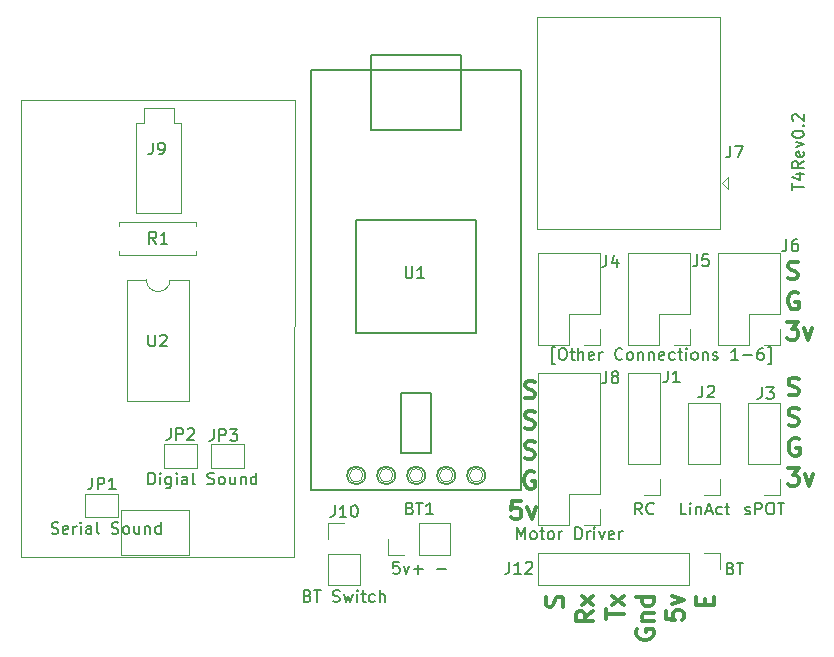
<source format=gbr>
G04 #@! TF.GenerationSoftware,KiCad,Pcbnew,(5.1.2)-2*
G04 #@! TF.CreationDate,2019-10-05T21:13:13-05:00*
G04 #@! TF.ProjectId,ControlBoardT4,436f6e74-726f-46c4-926f-61726454342e,rev?*
G04 #@! TF.SameCoordinates,Original*
G04 #@! TF.FileFunction,Legend,Top*
G04 #@! TF.FilePolarity,Positive*
%FSLAX46Y46*%
G04 Gerber Fmt 4.6, Leading zero omitted, Abs format (unit mm)*
G04 Created by KiCad (PCBNEW (5.1.2)-2) date 2019-10-05 21:13:13*
%MOMM*%
%LPD*%
G04 APERTURE LIST*
%ADD10C,0.150000*%
%ADD11C,0.300000*%
%ADD12C,0.120000*%
G04 APERTURE END LIST*
D10*
X174775880Y-84478404D02*
X174775880Y-83906976D01*
X175775880Y-84192690D02*
X174775880Y-84192690D01*
X175109214Y-83145071D02*
X175775880Y-83145071D01*
X174728261Y-83383166D02*
X175442547Y-83621261D01*
X175442547Y-83002214D01*
X175775880Y-82049833D02*
X175299690Y-82383166D01*
X175775880Y-82621261D02*
X174775880Y-82621261D01*
X174775880Y-82240309D01*
X174823500Y-82145071D01*
X174871119Y-82097452D01*
X174966357Y-82049833D01*
X175109214Y-82049833D01*
X175204452Y-82097452D01*
X175252071Y-82145071D01*
X175299690Y-82240309D01*
X175299690Y-82621261D01*
X175728261Y-81240309D02*
X175775880Y-81335547D01*
X175775880Y-81526023D01*
X175728261Y-81621261D01*
X175633023Y-81668880D01*
X175252071Y-81668880D01*
X175156833Y-81621261D01*
X175109214Y-81526023D01*
X175109214Y-81335547D01*
X175156833Y-81240309D01*
X175252071Y-81192690D01*
X175347309Y-81192690D01*
X175442547Y-81668880D01*
X175109214Y-80859357D02*
X175775880Y-80621261D01*
X175109214Y-80383166D01*
X174775880Y-79811738D02*
X174775880Y-79716500D01*
X174823500Y-79621261D01*
X174871119Y-79573642D01*
X174966357Y-79526023D01*
X175156833Y-79478404D01*
X175394928Y-79478404D01*
X175585404Y-79526023D01*
X175680642Y-79573642D01*
X175728261Y-79621261D01*
X175775880Y-79716500D01*
X175775880Y-79811738D01*
X175728261Y-79906976D01*
X175680642Y-79954595D01*
X175585404Y-80002214D01*
X175394928Y-80049833D01*
X175156833Y-80049833D01*
X174966357Y-80002214D01*
X174871119Y-79954595D01*
X174823500Y-79906976D01*
X174775880Y-79811738D01*
X175680642Y-79049833D02*
X175728261Y-79002214D01*
X175775880Y-79049833D01*
X175728261Y-79097452D01*
X175680642Y-79049833D01*
X175775880Y-79049833D01*
X174871119Y-78621261D02*
X174823500Y-78573642D01*
X174775880Y-78478404D01*
X174775880Y-78240309D01*
X174823500Y-78145071D01*
X174871119Y-78097452D01*
X174966357Y-78049833D01*
X175061595Y-78049833D01*
X175204452Y-78097452D01*
X175775880Y-78668880D01*
X175775880Y-78049833D01*
D11*
X155331642Y-119765357D02*
X155403071Y-119551071D01*
X155403071Y-119193928D01*
X155331642Y-119051071D01*
X155260214Y-118979642D01*
X155117357Y-118908214D01*
X154974500Y-118908214D01*
X154831642Y-118979642D01*
X154760214Y-119051071D01*
X154688785Y-119193928D01*
X154617357Y-119479642D01*
X154545928Y-119622500D01*
X154474500Y-119693928D01*
X154331642Y-119765357D01*
X154188785Y-119765357D01*
X154045928Y-119693928D01*
X153974500Y-119622500D01*
X153903071Y-119479642D01*
X153903071Y-119122500D01*
X153974500Y-118908214D01*
X157953071Y-120122500D02*
X157238785Y-120622500D01*
X157953071Y-120979642D02*
X156453071Y-120979642D01*
X156453071Y-120408214D01*
X156524500Y-120265357D01*
X156595928Y-120193928D01*
X156738785Y-120122500D01*
X156953071Y-120122500D01*
X157095928Y-120193928D01*
X157167357Y-120265357D01*
X157238785Y-120408214D01*
X157238785Y-120979642D01*
X157953071Y-119622500D02*
X156953071Y-118836785D01*
X156953071Y-119622500D02*
X157953071Y-118836785D01*
X159003071Y-120836785D02*
X159003071Y-119979642D01*
X160503071Y-120408214D02*
X159003071Y-120408214D01*
X160503071Y-119622500D02*
X159503071Y-118836785D01*
X159503071Y-119622500D02*
X160503071Y-118836785D01*
X161624500Y-121693928D02*
X161553071Y-121836785D01*
X161553071Y-122051071D01*
X161624500Y-122265357D01*
X161767357Y-122408214D01*
X161910214Y-122479642D01*
X162195928Y-122551071D01*
X162410214Y-122551071D01*
X162695928Y-122479642D01*
X162838785Y-122408214D01*
X162981642Y-122265357D01*
X163053071Y-122051071D01*
X163053071Y-121908214D01*
X162981642Y-121693928D01*
X162910214Y-121622500D01*
X162410214Y-121622500D01*
X162410214Y-121908214D01*
X162053071Y-120979642D02*
X163053071Y-120979642D01*
X162195928Y-120979642D02*
X162124500Y-120908214D01*
X162053071Y-120765357D01*
X162053071Y-120551071D01*
X162124500Y-120408214D01*
X162267357Y-120336785D01*
X163053071Y-120336785D01*
X163053071Y-118979642D02*
X161553071Y-118979642D01*
X162981642Y-118979642D02*
X163053071Y-119122500D01*
X163053071Y-119408214D01*
X162981642Y-119551071D01*
X162910214Y-119622500D01*
X162767357Y-119693928D01*
X162338785Y-119693928D01*
X162195928Y-119622500D01*
X162124500Y-119551071D01*
X162053071Y-119408214D01*
X162053071Y-119122500D01*
X162124500Y-118979642D01*
X164103071Y-120122500D02*
X164103071Y-120836785D01*
X164817357Y-120908214D01*
X164745928Y-120836785D01*
X164674500Y-120693928D01*
X164674500Y-120336785D01*
X164745928Y-120193928D01*
X164817357Y-120122500D01*
X164960214Y-120051071D01*
X165317357Y-120051071D01*
X165460214Y-120122500D01*
X165531642Y-120193928D01*
X165603071Y-120336785D01*
X165603071Y-120693928D01*
X165531642Y-120836785D01*
X165460214Y-120908214D01*
X164603071Y-119551071D02*
X165603071Y-119193928D01*
X164603071Y-118836785D01*
X167367357Y-119622500D02*
X167367357Y-119122500D01*
X168153071Y-118908214D02*
X168153071Y-119622500D01*
X166653071Y-119622500D01*
X166653071Y-118908214D01*
X152141642Y-102060142D02*
X152355928Y-102131571D01*
X152713071Y-102131571D01*
X152855928Y-102060142D01*
X152927357Y-101988714D01*
X152998785Y-101845857D01*
X152998785Y-101703000D01*
X152927357Y-101560142D01*
X152855928Y-101488714D01*
X152713071Y-101417285D01*
X152427357Y-101345857D01*
X152284500Y-101274428D01*
X152213071Y-101203000D01*
X152141642Y-101060142D01*
X152141642Y-100917285D01*
X152213071Y-100774428D01*
X152284500Y-100703000D01*
X152427357Y-100631571D01*
X152784500Y-100631571D01*
X152998785Y-100703000D01*
X152141642Y-104610142D02*
X152355928Y-104681571D01*
X152713071Y-104681571D01*
X152855928Y-104610142D01*
X152927357Y-104538714D01*
X152998785Y-104395857D01*
X152998785Y-104253000D01*
X152927357Y-104110142D01*
X152855928Y-104038714D01*
X152713071Y-103967285D01*
X152427357Y-103895857D01*
X152284500Y-103824428D01*
X152213071Y-103753000D01*
X152141642Y-103610142D01*
X152141642Y-103467285D01*
X152213071Y-103324428D01*
X152284500Y-103253000D01*
X152427357Y-103181571D01*
X152784500Y-103181571D01*
X152998785Y-103253000D01*
X152141642Y-107160142D02*
X152355928Y-107231571D01*
X152713071Y-107231571D01*
X152855928Y-107160142D01*
X152927357Y-107088714D01*
X152998785Y-106945857D01*
X152998785Y-106803000D01*
X152927357Y-106660142D01*
X152855928Y-106588714D01*
X152713071Y-106517285D01*
X152427357Y-106445857D01*
X152284500Y-106374428D01*
X152213071Y-106303000D01*
X152141642Y-106160142D01*
X152141642Y-106017285D01*
X152213071Y-105874428D01*
X152284500Y-105803000D01*
X152427357Y-105731571D01*
X152784500Y-105731571D01*
X152998785Y-105803000D01*
X152927357Y-108353000D02*
X152784500Y-108281571D01*
X152570214Y-108281571D01*
X152355928Y-108353000D01*
X152213071Y-108495857D01*
X152141642Y-108638714D01*
X152070214Y-108924428D01*
X152070214Y-109138714D01*
X152141642Y-109424428D01*
X152213071Y-109567285D01*
X152355928Y-109710142D01*
X152570214Y-109781571D01*
X152713071Y-109781571D01*
X152927357Y-109710142D01*
X152998785Y-109638714D01*
X152998785Y-109138714D01*
X152713071Y-109138714D01*
X151784500Y-110831571D02*
X151070214Y-110831571D01*
X150998785Y-111545857D01*
X151070214Y-111474428D01*
X151213071Y-111403000D01*
X151570214Y-111403000D01*
X151713071Y-111474428D01*
X151784500Y-111545857D01*
X151855928Y-111688714D01*
X151855928Y-112045857D01*
X151784500Y-112188714D01*
X151713071Y-112260142D01*
X151570214Y-112331571D01*
X151213071Y-112331571D01*
X151070214Y-112260142D01*
X150998785Y-112188714D01*
X152355928Y-111331571D02*
X152713071Y-112331571D01*
X153070214Y-111331571D01*
X174470714Y-101811142D02*
X174685000Y-101882571D01*
X175042142Y-101882571D01*
X175185000Y-101811142D01*
X175256428Y-101739714D01*
X175327857Y-101596857D01*
X175327857Y-101454000D01*
X175256428Y-101311142D01*
X175185000Y-101239714D01*
X175042142Y-101168285D01*
X174756428Y-101096857D01*
X174613571Y-101025428D01*
X174542142Y-100954000D01*
X174470714Y-100811142D01*
X174470714Y-100668285D01*
X174542142Y-100525428D01*
X174613571Y-100454000D01*
X174756428Y-100382571D01*
X175113571Y-100382571D01*
X175327857Y-100454000D01*
X174470714Y-104361142D02*
X174685000Y-104432571D01*
X175042142Y-104432571D01*
X175185000Y-104361142D01*
X175256428Y-104289714D01*
X175327857Y-104146857D01*
X175327857Y-104004000D01*
X175256428Y-103861142D01*
X175185000Y-103789714D01*
X175042142Y-103718285D01*
X174756428Y-103646857D01*
X174613571Y-103575428D01*
X174542142Y-103504000D01*
X174470714Y-103361142D01*
X174470714Y-103218285D01*
X174542142Y-103075428D01*
X174613571Y-103004000D01*
X174756428Y-102932571D01*
X175113571Y-102932571D01*
X175327857Y-103004000D01*
X175327857Y-105554000D02*
X175185000Y-105482571D01*
X174970714Y-105482571D01*
X174756428Y-105554000D01*
X174613571Y-105696857D01*
X174542142Y-105839714D01*
X174470714Y-106125428D01*
X174470714Y-106339714D01*
X174542142Y-106625428D01*
X174613571Y-106768285D01*
X174756428Y-106911142D01*
X174970714Y-106982571D01*
X175113571Y-106982571D01*
X175327857Y-106911142D01*
X175399285Y-106839714D01*
X175399285Y-106339714D01*
X175113571Y-106339714D01*
X174399285Y-108032571D02*
X175327857Y-108032571D01*
X174827857Y-108604000D01*
X175042142Y-108604000D01*
X175185000Y-108675428D01*
X175256428Y-108746857D01*
X175327857Y-108889714D01*
X175327857Y-109246857D01*
X175256428Y-109389714D01*
X175185000Y-109461142D01*
X175042142Y-109532571D01*
X174613571Y-109532571D01*
X174470714Y-109461142D01*
X174399285Y-109389714D01*
X175827857Y-108532571D02*
X176185000Y-109532571D01*
X176542142Y-108532571D01*
X174407214Y-91973642D02*
X174621500Y-92045071D01*
X174978642Y-92045071D01*
X175121500Y-91973642D01*
X175192928Y-91902214D01*
X175264357Y-91759357D01*
X175264357Y-91616500D01*
X175192928Y-91473642D01*
X175121500Y-91402214D01*
X174978642Y-91330785D01*
X174692928Y-91259357D01*
X174550071Y-91187928D01*
X174478642Y-91116500D01*
X174407214Y-90973642D01*
X174407214Y-90830785D01*
X174478642Y-90687928D01*
X174550071Y-90616500D01*
X174692928Y-90545071D01*
X175050071Y-90545071D01*
X175264357Y-90616500D01*
X175264357Y-93166500D02*
X175121500Y-93095071D01*
X174907214Y-93095071D01*
X174692928Y-93166500D01*
X174550071Y-93309357D01*
X174478642Y-93452214D01*
X174407214Y-93737928D01*
X174407214Y-93952214D01*
X174478642Y-94237928D01*
X174550071Y-94380785D01*
X174692928Y-94523642D01*
X174907214Y-94595071D01*
X175050071Y-94595071D01*
X175264357Y-94523642D01*
X175335785Y-94452214D01*
X175335785Y-93952214D01*
X175050071Y-93952214D01*
X174335785Y-95645071D02*
X175264357Y-95645071D01*
X174764357Y-96216500D01*
X174978642Y-96216500D01*
X175121500Y-96287928D01*
X175192928Y-96359357D01*
X175264357Y-96502214D01*
X175264357Y-96859357D01*
X175192928Y-97002214D01*
X175121500Y-97073642D01*
X174978642Y-97145071D01*
X174550071Y-97145071D01*
X174407214Y-97073642D01*
X174335785Y-97002214D01*
X175764357Y-96145071D02*
X176121500Y-97145071D01*
X176478642Y-96145071D01*
D12*
X173732500Y-110296000D02*
X172402500Y-110296000D01*
X173732500Y-108966000D02*
X173732500Y-110296000D01*
X173732500Y-107696000D02*
X171072500Y-107696000D01*
X171072500Y-107696000D02*
X171072500Y-102556000D01*
X173732500Y-107696000D02*
X173732500Y-102556000D01*
X173732500Y-102556000D02*
X171072500Y-102556000D01*
X132648000Y-76878500D02*
X109448000Y-76878500D01*
X132638800Y-115586500D02*
X132648000Y-76878500D01*
X109448000Y-115558500D02*
X109448000Y-76878500D01*
X132638800Y-115586500D02*
X109448000Y-115558500D01*
X123063000Y-86463500D02*
X119253000Y-86463500D01*
X123063000Y-86463500D02*
X123063000Y-78843500D01*
X123063000Y-78843500D02*
X122428000Y-78843500D01*
X122428000Y-78843500D02*
X122428000Y-77573500D01*
X119253000Y-86463500D02*
X119253000Y-78843500D01*
X119888000Y-78843500D02*
X119253000Y-78843500D01*
X119888000Y-78843500D02*
X119888000Y-77573500D01*
X122428000Y-77573500D02*
X119888000Y-77573500D01*
X123698000Y-115363500D02*
X117983000Y-115363500D01*
X117983000Y-115363500D02*
X117983000Y-111553500D01*
X117983000Y-111553500D02*
X123698000Y-111553500D01*
X123698000Y-111553500D02*
X123698000Y-115363500D01*
X114932000Y-110188500D02*
X117732000Y-110188500D01*
X117732000Y-110188500D02*
X117732000Y-112188500D01*
X117732000Y-112188500D02*
X114932000Y-112188500D01*
X114932000Y-112188500D02*
X114932000Y-110188500D01*
X125600000Y-106000000D02*
X128400000Y-106000000D01*
X128400000Y-106000000D02*
X128400000Y-108000000D01*
X128400000Y-108000000D02*
X125600000Y-108000000D01*
X125600000Y-108000000D02*
X125600000Y-106000000D01*
X121600000Y-106000000D02*
X124400000Y-106000000D01*
X124400000Y-106000000D02*
X124400000Y-108000000D01*
X124400000Y-108000000D02*
X121600000Y-108000000D01*
X121600000Y-108000000D02*
X121600000Y-106000000D01*
D10*
X137858500Y-96583500D02*
X148018500Y-96583500D01*
X148018500Y-87058500D02*
X137858500Y-87058500D01*
X137858500Y-87058500D02*
X137858500Y-96583500D01*
X148018500Y-87058500D02*
X148018500Y-96583500D01*
X151828500Y-109918500D02*
X151828500Y-74358500D01*
X134048500Y-74358500D02*
X134048500Y-109918500D01*
X139128500Y-74358500D02*
X139128500Y-73088500D01*
X139128500Y-73088500D02*
X146748500Y-73088500D01*
X146748500Y-73088500D02*
X146748500Y-74358500D01*
X139128500Y-79438500D02*
X146748500Y-79438500D01*
X146748500Y-79438500D02*
X146748500Y-74358500D01*
X139128500Y-79438500D02*
X139128500Y-74358500D01*
X144208500Y-101663500D02*
X144208500Y-106743500D01*
X144208500Y-106743500D02*
X141668500Y-106743500D01*
X141668500Y-106743500D02*
X141668500Y-101663500D01*
X141668500Y-101663500D02*
X144208500Y-101663500D01*
X151828500Y-109918500D02*
X134048500Y-109918500D01*
X134048500Y-74358500D02*
X151828500Y-74358500D01*
D12*
X148586461Y-108648500D02*
G75*
G03X148586461Y-108648500I-567961J0D01*
G01*
X148821719Y-108648500D02*
G75*
G03X148821719Y-108648500I-803219J0D01*
G01*
X148736920Y-108648500D02*
G75*
G03X148736920Y-108648500I-718420J0D01*
G01*
X146046461Y-108648500D02*
G75*
G03X146046461Y-108648500I-567961J0D01*
G01*
X146281719Y-108648500D02*
G75*
G03X146281719Y-108648500I-803219J0D01*
G01*
X146196920Y-108648500D02*
G75*
G03X146196920Y-108648500I-718420J0D01*
G01*
X143506461Y-108648500D02*
G75*
G03X143506461Y-108648500I-567961J0D01*
G01*
X143741719Y-108648500D02*
G75*
G03X143741719Y-108648500I-803219J0D01*
G01*
X143656920Y-108648500D02*
G75*
G03X143656920Y-108648500I-718420J0D01*
G01*
X140966461Y-108648500D02*
G75*
G03X140966461Y-108648500I-567961J0D01*
G01*
X141201719Y-108648500D02*
G75*
G03X141201719Y-108648500I-803219J0D01*
G01*
X141116920Y-108648500D02*
G75*
G03X141116920Y-108648500I-718420J0D01*
G01*
X138426461Y-108648500D02*
G75*
G03X138426461Y-108648500I-567961J0D01*
G01*
X138661719Y-108648500D02*
G75*
G03X138661719Y-108648500I-803219J0D01*
G01*
X138576920Y-108648500D02*
G75*
G03X138576920Y-108648500I-718420J0D01*
G01*
X153292500Y-115256000D02*
X153292500Y-117916000D01*
X166052500Y-115256000D02*
X153292500Y-115256000D01*
X166052500Y-117916000D02*
X153292500Y-117916000D01*
X166052500Y-115256000D02*
X166052500Y-117916000D01*
X167322500Y-115256000D02*
X168652500Y-115256000D01*
X168652500Y-115256000D02*
X168652500Y-116586000D01*
X145792500Y-115376000D02*
X145792500Y-112716000D01*
X143192500Y-115376000D02*
X145792500Y-115376000D01*
X143192500Y-112716000D02*
X145792500Y-112716000D01*
X143192500Y-115376000D02*
X143192500Y-112716000D01*
X141922500Y-115376000D02*
X140592500Y-115376000D01*
X140592500Y-115376000D02*
X140592500Y-114046000D01*
X166112500Y-97596000D02*
X164782500Y-97596000D01*
X166112500Y-96266000D02*
X166112500Y-97596000D01*
X163512500Y-97596000D02*
X160912500Y-97596000D01*
X163512500Y-94996000D02*
X163512500Y-97596000D01*
X166112500Y-94996000D02*
X163512500Y-94996000D01*
X160912500Y-97596000D02*
X160912500Y-89856000D01*
X166112500Y-94996000D02*
X166112500Y-89856000D01*
X166112500Y-89856000D02*
X160912500Y-89856000D01*
X158492500Y-89856000D02*
X153292500Y-89856000D01*
X158492500Y-94996000D02*
X158492500Y-89856000D01*
X153292500Y-97596000D02*
X153292500Y-89856000D01*
X158492500Y-94996000D02*
X155892500Y-94996000D01*
X155892500Y-94996000D02*
X155892500Y-97596000D01*
X155892500Y-97596000D02*
X153292500Y-97596000D01*
X158492500Y-96266000D02*
X158492500Y-97596000D01*
X158492500Y-97596000D02*
X157162500Y-97596000D01*
X158492500Y-100016000D02*
X153292500Y-100016000D01*
X158492500Y-110236000D02*
X158492500Y-100016000D01*
X153292500Y-112836000D02*
X153292500Y-100016000D01*
X158492500Y-110236000D02*
X155892500Y-110236000D01*
X155892500Y-110236000D02*
X155892500Y-112836000D01*
X155892500Y-112836000D02*
X153292500Y-112836000D01*
X158492500Y-111506000D02*
X158492500Y-112836000D01*
X158492500Y-112836000D02*
X157162500Y-112836000D01*
X173732500Y-89856000D02*
X168532500Y-89856000D01*
X173732500Y-94996000D02*
X173732500Y-89856000D01*
X168532500Y-97596000D02*
X168532500Y-89856000D01*
X173732500Y-94996000D02*
X171132500Y-94996000D01*
X171132500Y-94996000D02*
X171132500Y-97596000D01*
X171132500Y-97596000D02*
X168532500Y-97596000D01*
X173732500Y-96266000D02*
X173732500Y-97596000D01*
X173732500Y-97596000D02*
X172402500Y-97596000D01*
X163572500Y-100016000D02*
X160912500Y-100016000D01*
X163572500Y-107696000D02*
X163572500Y-100016000D01*
X160912500Y-107696000D02*
X160912500Y-100016000D01*
X163572500Y-107696000D02*
X160912500Y-107696000D01*
X163572500Y-108966000D02*
X163572500Y-110296000D01*
X163572500Y-110296000D02*
X162242500Y-110296000D01*
X168652500Y-102556000D02*
X165992500Y-102556000D01*
X168652500Y-107696000D02*
X168652500Y-102556000D01*
X165992500Y-107696000D02*
X165992500Y-102556000D01*
X168652500Y-107696000D02*
X165992500Y-107696000D01*
X168652500Y-108966000D02*
X168652500Y-110296000D01*
X168652500Y-110296000D02*
X167322500Y-110296000D01*
X169354000Y-83383500D02*
X168854000Y-83883500D01*
X169354000Y-84383500D02*
X169354000Y-83383500D01*
X168854000Y-83883500D02*
X169354000Y-84383500D01*
X168669000Y-69803500D02*
X153149000Y-69803500D01*
X153149000Y-87763500D02*
X153149000Y-69803500D01*
X153149000Y-87763500D02*
X168669000Y-87763500D01*
X168669000Y-87763500D02*
X168669000Y-69803500D01*
X135512500Y-117916000D02*
X138172500Y-117916000D01*
X135512500Y-115316000D02*
X135512500Y-117916000D01*
X138172500Y-115316000D02*
X138172500Y-117916000D01*
X135512500Y-115316000D02*
X138172500Y-115316000D01*
X135512500Y-114046000D02*
X135512500Y-112716000D01*
X135512500Y-112716000D02*
X136842500Y-112716000D01*
X122094500Y-92078500D02*
G75*
G02X120094500Y-92078500I-1000000J0D01*
G01*
X120094500Y-92078500D02*
X118444500Y-92078500D01*
X118444500Y-92078500D02*
X118444500Y-102358500D01*
X118444500Y-102358500D02*
X123744500Y-102358500D01*
X123744500Y-102358500D02*
X123744500Y-92078500D01*
X123744500Y-92078500D02*
X122094500Y-92078500D01*
X124301000Y-89622500D02*
X124301000Y-89952500D01*
X124301000Y-89952500D02*
X117761000Y-89952500D01*
X117761000Y-89952500D02*
X117761000Y-89622500D01*
X124301000Y-87542500D02*
X124301000Y-87212500D01*
X124301000Y-87212500D02*
X117761000Y-87212500D01*
X117761000Y-87212500D02*
X117761000Y-87542500D01*
D10*
X172196166Y-101179380D02*
X172196166Y-101893666D01*
X172148547Y-102036523D01*
X172053309Y-102131761D01*
X171910452Y-102179380D01*
X171815214Y-102179380D01*
X172577119Y-101179380D02*
X173196166Y-101179380D01*
X172862833Y-101560333D01*
X173005690Y-101560333D01*
X173100928Y-101607952D01*
X173148547Y-101655571D01*
X173196166Y-101750809D01*
X173196166Y-101988904D01*
X173148547Y-102084142D01*
X173100928Y-102131761D01*
X173005690Y-102179380D01*
X172719976Y-102179380D01*
X172624738Y-102131761D01*
X172577119Y-102084142D01*
X170783452Y-111910761D02*
X170878690Y-111958380D01*
X171069166Y-111958380D01*
X171164404Y-111910761D01*
X171212023Y-111815523D01*
X171212023Y-111767904D01*
X171164404Y-111672666D01*
X171069166Y-111625047D01*
X170926309Y-111625047D01*
X170831071Y-111577428D01*
X170783452Y-111482190D01*
X170783452Y-111434571D01*
X170831071Y-111339333D01*
X170926309Y-111291714D01*
X171069166Y-111291714D01*
X171164404Y-111339333D01*
X171640595Y-111958380D02*
X171640595Y-110958380D01*
X172021547Y-110958380D01*
X172116785Y-111006000D01*
X172164404Y-111053619D01*
X172212023Y-111148857D01*
X172212023Y-111291714D01*
X172164404Y-111386952D01*
X172116785Y-111434571D01*
X172021547Y-111482190D01*
X171640595Y-111482190D01*
X172831071Y-110958380D02*
X173021547Y-110958380D01*
X173116785Y-111006000D01*
X173212023Y-111101238D01*
X173259642Y-111291714D01*
X173259642Y-111625047D01*
X173212023Y-111815523D01*
X173116785Y-111910761D01*
X173021547Y-111958380D01*
X172831071Y-111958380D01*
X172735833Y-111910761D01*
X172640595Y-111815523D01*
X172592976Y-111625047D01*
X172592976Y-111291714D01*
X172640595Y-111101238D01*
X172735833Y-111006000D01*
X172831071Y-110958380D01*
X173545357Y-110958380D02*
X174116785Y-110958380D01*
X173831071Y-111958380D02*
X173831071Y-110958380D01*
X120634166Y-80478380D02*
X120634166Y-81192666D01*
X120586547Y-81335523D01*
X120491309Y-81430761D01*
X120348452Y-81478380D01*
X120253214Y-81478380D01*
X121157976Y-81478380D02*
X121348452Y-81478380D01*
X121443690Y-81430761D01*
X121491309Y-81383142D01*
X121586547Y-81240285D01*
X121634166Y-81049809D01*
X121634166Y-80668857D01*
X121586547Y-80573619D01*
X121538928Y-80526000D01*
X121443690Y-80478380D01*
X121253214Y-80478380D01*
X121157976Y-80526000D01*
X121110357Y-80573619D01*
X121062738Y-80668857D01*
X121062738Y-80906952D01*
X121110357Y-81002190D01*
X121157976Y-81049809D01*
X121253214Y-81097428D01*
X121443690Y-81097428D01*
X121538928Y-81049809D01*
X121586547Y-81002190D01*
X121634166Y-80906952D01*
X115498666Y-108840880D02*
X115498666Y-109555166D01*
X115451047Y-109698023D01*
X115355809Y-109793261D01*
X115212952Y-109840880D01*
X115117714Y-109840880D01*
X115974857Y-109840880D02*
X115974857Y-108840880D01*
X116355809Y-108840880D01*
X116451047Y-108888500D01*
X116498666Y-108936119D01*
X116546285Y-109031357D01*
X116546285Y-109174214D01*
X116498666Y-109269452D01*
X116451047Y-109317071D01*
X116355809Y-109364690D01*
X115974857Y-109364690D01*
X117498666Y-109840880D02*
X116927238Y-109840880D01*
X117212952Y-109840880D02*
X117212952Y-108840880D01*
X117117714Y-108983738D01*
X117022476Y-109078976D01*
X116927238Y-109126595D01*
X112070142Y-113561761D02*
X112213000Y-113609380D01*
X112451095Y-113609380D01*
X112546333Y-113561761D01*
X112593952Y-113514142D01*
X112641571Y-113418904D01*
X112641571Y-113323666D01*
X112593952Y-113228428D01*
X112546333Y-113180809D01*
X112451095Y-113133190D01*
X112260619Y-113085571D01*
X112165380Y-113037952D01*
X112117761Y-112990333D01*
X112070142Y-112895095D01*
X112070142Y-112799857D01*
X112117761Y-112704619D01*
X112165380Y-112657000D01*
X112260619Y-112609380D01*
X112498714Y-112609380D01*
X112641571Y-112657000D01*
X113451095Y-113561761D02*
X113355857Y-113609380D01*
X113165380Y-113609380D01*
X113070142Y-113561761D01*
X113022523Y-113466523D01*
X113022523Y-113085571D01*
X113070142Y-112990333D01*
X113165380Y-112942714D01*
X113355857Y-112942714D01*
X113451095Y-112990333D01*
X113498714Y-113085571D01*
X113498714Y-113180809D01*
X113022523Y-113276047D01*
X113927285Y-113609380D02*
X113927285Y-112942714D01*
X113927285Y-113133190D02*
X113974904Y-113037952D01*
X114022523Y-112990333D01*
X114117761Y-112942714D01*
X114213000Y-112942714D01*
X114546333Y-113609380D02*
X114546333Y-112942714D01*
X114546333Y-112609380D02*
X114498714Y-112657000D01*
X114546333Y-112704619D01*
X114593952Y-112657000D01*
X114546333Y-112609380D01*
X114546333Y-112704619D01*
X115451095Y-113609380D02*
X115451095Y-113085571D01*
X115403476Y-112990333D01*
X115308238Y-112942714D01*
X115117761Y-112942714D01*
X115022523Y-112990333D01*
X115451095Y-113561761D02*
X115355857Y-113609380D01*
X115117761Y-113609380D01*
X115022523Y-113561761D01*
X114974904Y-113466523D01*
X114974904Y-113371285D01*
X115022523Y-113276047D01*
X115117761Y-113228428D01*
X115355857Y-113228428D01*
X115451095Y-113180809D01*
X116070142Y-113609380D02*
X115974904Y-113561761D01*
X115927285Y-113466523D01*
X115927285Y-112609380D01*
X117165380Y-113561761D02*
X117308238Y-113609380D01*
X117546333Y-113609380D01*
X117641571Y-113561761D01*
X117689190Y-113514142D01*
X117736809Y-113418904D01*
X117736809Y-113323666D01*
X117689190Y-113228428D01*
X117641571Y-113180809D01*
X117546333Y-113133190D01*
X117355857Y-113085571D01*
X117260619Y-113037952D01*
X117213000Y-112990333D01*
X117165380Y-112895095D01*
X117165380Y-112799857D01*
X117213000Y-112704619D01*
X117260619Y-112657000D01*
X117355857Y-112609380D01*
X117593952Y-112609380D01*
X117736809Y-112657000D01*
X118308238Y-113609380D02*
X118213000Y-113561761D01*
X118165380Y-113514142D01*
X118117761Y-113418904D01*
X118117761Y-113133190D01*
X118165380Y-113037952D01*
X118213000Y-112990333D01*
X118308238Y-112942714D01*
X118451095Y-112942714D01*
X118546333Y-112990333D01*
X118593952Y-113037952D01*
X118641571Y-113133190D01*
X118641571Y-113418904D01*
X118593952Y-113514142D01*
X118546333Y-113561761D01*
X118451095Y-113609380D01*
X118308238Y-113609380D01*
X119498714Y-112942714D02*
X119498714Y-113609380D01*
X119070142Y-112942714D02*
X119070142Y-113466523D01*
X119117761Y-113561761D01*
X119213000Y-113609380D01*
X119355857Y-113609380D01*
X119451095Y-113561761D01*
X119498714Y-113514142D01*
X119974904Y-112942714D02*
X119974904Y-113609380D01*
X119974904Y-113037952D02*
X120022523Y-112990333D01*
X120117761Y-112942714D01*
X120260619Y-112942714D01*
X120355857Y-112990333D01*
X120403476Y-113085571D01*
X120403476Y-113609380D01*
X121308238Y-113609380D02*
X121308238Y-112609380D01*
X121308238Y-113561761D02*
X121213000Y-113609380D01*
X121022523Y-113609380D01*
X120927285Y-113561761D01*
X120879666Y-113514142D01*
X120832047Y-113418904D01*
X120832047Y-113133190D01*
X120879666Y-113037952D01*
X120927285Y-112990333D01*
X121022523Y-112942714D01*
X121213000Y-112942714D01*
X121308238Y-112990333D01*
X125793165Y-104732879D02*
X125793165Y-105447165D01*
X125745546Y-105590022D01*
X125650308Y-105685260D01*
X125507451Y-105732879D01*
X125412213Y-105732879D01*
X126269356Y-105732879D02*
X126269356Y-104732879D01*
X126650308Y-104732879D01*
X126745546Y-104780499D01*
X126793165Y-104828118D01*
X126840784Y-104923356D01*
X126840784Y-105066213D01*
X126793165Y-105161451D01*
X126745546Y-105209070D01*
X126650308Y-105256689D01*
X126269356Y-105256689D01*
X127174118Y-104732879D02*
X127793165Y-104732879D01*
X127459832Y-105113832D01*
X127602689Y-105113832D01*
X127697927Y-105161451D01*
X127745546Y-105209070D01*
X127793165Y-105304308D01*
X127793165Y-105542403D01*
X127745546Y-105637641D01*
X127697927Y-105685260D01*
X127602689Y-105732879D01*
X127316975Y-105732879D01*
X127221737Y-105685260D01*
X127174118Y-105637641D01*
X120269571Y-109418380D02*
X120269571Y-108418380D01*
X120507666Y-108418380D01*
X120650523Y-108466000D01*
X120745761Y-108561238D01*
X120793380Y-108656476D01*
X120841000Y-108846952D01*
X120841000Y-108989809D01*
X120793380Y-109180285D01*
X120745761Y-109275523D01*
X120650523Y-109370761D01*
X120507666Y-109418380D01*
X120269571Y-109418380D01*
X121269571Y-109418380D02*
X121269571Y-108751714D01*
X121269571Y-108418380D02*
X121221952Y-108466000D01*
X121269571Y-108513619D01*
X121317190Y-108466000D01*
X121269571Y-108418380D01*
X121269571Y-108513619D01*
X122174333Y-108751714D02*
X122174333Y-109561238D01*
X122126714Y-109656476D01*
X122079095Y-109704095D01*
X121983857Y-109751714D01*
X121841000Y-109751714D01*
X121745761Y-109704095D01*
X122174333Y-109370761D02*
X122079095Y-109418380D01*
X121888619Y-109418380D01*
X121793380Y-109370761D01*
X121745761Y-109323142D01*
X121698142Y-109227904D01*
X121698142Y-108942190D01*
X121745761Y-108846952D01*
X121793380Y-108799333D01*
X121888619Y-108751714D01*
X122079095Y-108751714D01*
X122174333Y-108799333D01*
X122650523Y-109418380D02*
X122650523Y-108751714D01*
X122650523Y-108418380D02*
X122602904Y-108466000D01*
X122650523Y-108513619D01*
X122698142Y-108466000D01*
X122650523Y-108418380D01*
X122650523Y-108513619D01*
X123555285Y-109418380D02*
X123555285Y-108894571D01*
X123507666Y-108799333D01*
X123412428Y-108751714D01*
X123221952Y-108751714D01*
X123126714Y-108799333D01*
X123555285Y-109370761D02*
X123460047Y-109418380D01*
X123221952Y-109418380D01*
X123126714Y-109370761D01*
X123079095Y-109275523D01*
X123079095Y-109180285D01*
X123126714Y-109085047D01*
X123221952Y-109037428D01*
X123460047Y-109037428D01*
X123555285Y-108989809D01*
X124174333Y-109418380D02*
X124079095Y-109370761D01*
X124031476Y-109275523D01*
X124031476Y-108418380D01*
X125269571Y-109370761D02*
X125412428Y-109418380D01*
X125650523Y-109418380D01*
X125745761Y-109370761D01*
X125793380Y-109323142D01*
X125841000Y-109227904D01*
X125841000Y-109132666D01*
X125793380Y-109037428D01*
X125745761Y-108989809D01*
X125650523Y-108942190D01*
X125460047Y-108894571D01*
X125364809Y-108846952D01*
X125317190Y-108799333D01*
X125269571Y-108704095D01*
X125269571Y-108608857D01*
X125317190Y-108513619D01*
X125364809Y-108466000D01*
X125460047Y-108418380D01*
X125698142Y-108418380D01*
X125841000Y-108466000D01*
X126412428Y-109418380D02*
X126317190Y-109370761D01*
X126269571Y-109323142D01*
X126221952Y-109227904D01*
X126221952Y-108942190D01*
X126269571Y-108846952D01*
X126317190Y-108799333D01*
X126412428Y-108751714D01*
X126555285Y-108751714D01*
X126650523Y-108799333D01*
X126698142Y-108846952D01*
X126745761Y-108942190D01*
X126745761Y-109227904D01*
X126698142Y-109323142D01*
X126650523Y-109370761D01*
X126555285Y-109418380D01*
X126412428Y-109418380D01*
X127602904Y-108751714D02*
X127602904Y-109418380D01*
X127174333Y-108751714D02*
X127174333Y-109275523D01*
X127221952Y-109370761D01*
X127317190Y-109418380D01*
X127460047Y-109418380D01*
X127555285Y-109370761D01*
X127602904Y-109323142D01*
X128079095Y-108751714D02*
X128079095Y-109418380D01*
X128079095Y-108846952D02*
X128126714Y-108799333D01*
X128221952Y-108751714D01*
X128364809Y-108751714D01*
X128460047Y-108799333D01*
X128507666Y-108894571D01*
X128507666Y-109418380D01*
X129412428Y-109418380D02*
X129412428Y-108418380D01*
X129412428Y-109370761D02*
X129317190Y-109418380D01*
X129126714Y-109418380D01*
X129031476Y-109370761D01*
X128983857Y-109323142D01*
X128936238Y-109227904D01*
X128936238Y-108942190D01*
X128983857Y-108846952D01*
X129031476Y-108799333D01*
X129126714Y-108751714D01*
X129317190Y-108751714D01*
X129412428Y-108799333D01*
X122166666Y-104652380D02*
X122166666Y-105366666D01*
X122119047Y-105509523D01*
X122023809Y-105604761D01*
X121880952Y-105652380D01*
X121785714Y-105652380D01*
X122642857Y-105652380D02*
X122642857Y-104652380D01*
X123023809Y-104652380D01*
X123119047Y-104700000D01*
X123166666Y-104747619D01*
X123214285Y-104842857D01*
X123214285Y-104985714D01*
X123166666Y-105080952D01*
X123119047Y-105128571D01*
X123023809Y-105176190D01*
X122642857Y-105176190D01*
X123595238Y-104747619D02*
X123642857Y-104700000D01*
X123738095Y-104652380D01*
X123976190Y-104652380D01*
X124071428Y-104700000D01*
X124119047Y-104747619D01*
X124166666Y-104842857D01*
X124166666Y-104938095D01*
X124119047Y-105080952D01*
X123547619Y-105652380D01*
X124166666Y-105652380D01*
X142049595Y-90955880D02*
X142049595Y-91765404D01*
X142097214Y-91860642D01*
X142144833Y-91908261D01*
X142240071Y-91955880D01*
X142430547Y-91955880D01*
X142525785Y-91908261D01*
X142573404Y-91860642D01*
X142621023Y-91765404D01*
X142621023Y-90955880D01*
X143621023Y-91955880D02*
X143049595Y-91955880D01*
X143335309Y-91955880D02*
X143335309Y-90955880D01*
X143240071Y-91098738D01*
X143144833Y-91193976D01*
X143049595Y-91241595D01*
X150828476Y-115974880D02*
X150828476Y-116689166D01*
X150780857Y-116832023D01*
X150685619Y-116927261D01*
X150542761Y-116974880D01*
X150447523Y-116974880D01*
X151828476Y-116974880D02*
X151257047Y-116974880D01*
X151542761Y-116974880D02*
X151542761Y-115974880D01*
X151447523Y-116117738D01*
X151352285Y-116212976D01*
X151257047Y-116260595D01*
X152209428Y-116070119D02*
X152257047Y-116022500D01*
X152352285Y-115974880D01*
X152590380Y-115974880D01*
X152685619Y-116022500D01*
X152733238Y-116070119D01*
X152780857Y-116165357D01*
X152780857Y-116260595D01*
X152733238Y-116403452D01*
X152161809Y-116974880D01*
X152780857Y-116974880D01*
X169552976Y-116514571D02*
X169695833Y-116562190D01*
X169743452Y-116609809D01*
X169791071Y-116705047D01*
X169791071Y-116847904D01*
X169743452Y-116943142D01*
X169695833Y-116990761D01*
X169600595Y-117038380D01*
X169219642Y-117038380D01*
X169219642Y-116038380D01*
X169552976Y-116038380D01*
X169648214Y-116086000D01*
X169695833Y-116133619D01*
X169743452Y-116228857D01*
X169743452Y-116324095D01*
X169695833Y-116419333D01*
X169648214Y-116466952D01*
X169552976Y-116514571D01*
X169219642Y-116514571D01*
X170076785Y-116038380D02*
X170648214Y-116038380D01*
X170362500Y-117038380D02*
X170362500Y-116038380D01*
X142406785Y-111434571D02*
X142549642Y-111482190D01*
X142597261Y-111529809D01*
X142644880Y-111625047D01*
X142644880Y-111767904D01*
X142597261Y-111863142D01*
X142549642Y-111910761D01*
X142454404Y-111958380D01*
X142073452Y-111958380D01*
X142073452Y-110958380D01*
X142406785Y-110958380D01*
X142502023Y-111006000D01*
X142549642Y-111053619D01*
X142597261Y-111148857D01*
X142597261Y-111244095D01*
X142549642Y-111339333D01*
X142502023Y-111386952D01*
X142406785Y-111434571D01*
X142073452Y-111434571D01*
X142930595Y-110958380D02*
X143502023Y-110958380D01*
X143216309Y-111958380D02*
X143216309Y-110958380D01*
X144359166Y-111958380D02*
X143787738Y-111958380D01*
X144073452Y-111958380D02*
X144073452Y-110958380D01*
X143978214Y-111101238D01*
X143882976Y-111196476D01*
X143787738Y-111244095D01*
X141494095Y-115974880D02*
X141017904Y-115974880D01*
X140970285Y-116451071D01*
X141017904Y-116403452D01*
X141113142Y-116355833D01*
X141351238Y-116355833D01*
X141446476Y-116403452D01*
X141494095Y-116451071D01*
X141541714Y-116546309D01*
X141541714Y-116784404D01*
X141494095Y-116879642D01*
X141446476Y-116927261D01*
X141351238Y-116974880D01*
X141113142Y-116974880D01*
X141017904Y-116927261D01*
X140970285Y-116879642D01*
X141875047Y-116308214D02*
X142113142Y-116974880D01*
X142351238Y-116308214D01*
X142732190Y-116593928D02*
X143494095Y-116593928D01*
X143113142Y-116974880D02*
X143113142Y-116212976D01*
X144732190Y-116593928D02*
X145494095Y-116593928D01*
X166735166Y-89939880D02*
X166735166Y-90654166D01*
X166687547Y-90797023D01*
X166592309Y-90892261D01*
X166449452Y-90939880D01*
X166354214Y-90939880D01*
X167687547Y-89939880D02*
X167211357Y-89939880D01*
X167163738Y-90416071D01*
X167211357Y-90368452D01*
X167306595Y-90320833D01*
X167544690Y-90320833D01*
X167639928Y-90368452D01*
X167687547Y-90416071D01*
X167735166Y-90511309D01*
X167735166Y-90749404D01*
X167687547Y-90844642D01*
X167639928Y-90892261D01*
X167544690Y-90939880D01*
X167306595Y-90939880D01*
X167211357Y-90892261D01*
X167163738Y-90844642D01*
X154679190Y-99210714D02*
X154441095Y-99210714D01*
X154441095Y-97782142D01*
X154679190Y-97782142D01*
X155250619Y-97877380D02*
X155441095Y-97877380D01*
X155536333Y-97925000D01*
X155631571Y-98020238D01*
X155679190Y-98210714D01*
X155679190Y-98544047D01*
X155631571Y-98734523D01*
X155536333Y-98829761D01*
X155441095Y-98877380D01*
X155250619Y-98877380D01*
X155155380Y-98829761D01*
X155060142Y-98734523D01*
X155012523Y-98544047D01*
X155012523Y-98210714D01*
X155060142Y-98020238D01*
X155155380Y-97925000D01*
X155250619Y-97877380D01*
X155964904Y-98210714D02*
X156345857Y-98210714D01*
X156107761Y-97877380D02*
X156107761Y-98734523D01*
X156155380Y-98829761D01*
X156250619Y-98877380D01*
X156345857Y-98877380D01*
X156679190Y-98877380D02*
X156679190Y-97877380D01*
X157107761Y-98877380D02*
X157107761Y-98353571D01*
X157060142Y-98258333D01*
X156964904Y-98210714D01*
X156822047Y-98210714D01*
X156726809Y-98258333D01*
X156679190Y-98305952D01*
X157964904Y-98829761D02*
X157869666Y-98877380D01*
X157679190Y-98877380D01*
X157583952Y-98829761D01*
X157536333Y-98734523D01*
X157536333Y-98353571D01*
X157583952Y-98258333D01*
X157679190Y-98210714D01*
X157869666Y-98210714D01*
X157964904Y-98258333D01*
X158012523Y-98353571D01*
X158012523Y-98448809D01*
X157536333Y-98544047D01*
X158441095Y-98877380D02*
X158441095Y-98210714D01*
X158441095Y-98401190D02*
X158488714Y-98305952D01*
X158536333Y-98258333D01*
X158631571Y-98210714D01*
X158726809Y-98210714D01*
X160393476Y-98782142D02*
X160345857Y-98829761D01*
X160203000Y-98877380D01*
X160107761Y-98877380D01*
X159964904Y-98829761D01*
X159869666Y-98734523D01*
X159822047Y-98639285D01*
X159774428Y-98448809D01*
X159774428Y-98305952D01*
X159822047Y-98115476D01*
X159869666Y-98020238D01*
X159964904Y-97925000D01*
X160107761Y-97877380D01*
X160203000Y-97877380D01*
X160345857Y-97925000D01*
X160393476Y-97972619D01*
X160964904Y-98877380D02*
X160869666Y-98829761D01*
X160822047Y-98782142D01*
X160774428Y-98686904D01*
X160774428Y-98401190D01*
X160822047Y-98305952D01*
X160869666Y-98258333D01*
X160964904Y-98210714D01*
X161107761Y-98210714D01*
X161203000Y-98258333D01*
X161250619Y-98305952D01*
X161298238Y-98401190D01*
X161298238Y-98686904D01*
X161250619Y-98782142D01*
X161203000Y-98829761D01*
X161107761Y-98877380D01*
X160964904Y-98877380D01*
X161726809Y-98210714D02*
X161726809Y-98877380D01*
X161726809Y-98305952D02*
X161774428Y-98258333D01*
X161869666Y-98210714D01*
X162012523Y-98210714D01*
X162107761Y-98258333D01*
X162155380Y-98353571D01*
X162155380Y-98877380D01*
X162631571Y-98210714D02*
X162631571Y-98877380D01*
X162631571Y-98305952D02*
X162679190Y-98258333D01*
X162774428Y-98210714D01*
X162917285Y-98210714D01*
X163012523Y-98258333D01*
X163060142Y-98353571D01*
X163060142Y-98877380D01*
X163917285Y-98829761D02*
X163822047Y-98877380D01*
X163631571Y-98877380D01*
X163536333Y-98829761D01*
X163488714Y-98734523D01*
X163488714Y-98353571D01*
X163536333Y-98258333D01*
X163631571Y-98210714D01*
X163822047Y-98210714D01*
X163917285Y-98258333D01*
X163964904Y-98353571D01*
X163964904Y-98448809D01*
X163488714Y-98544047D01*
X164822047Y-98829761D02*
X164726809Y-98877380D01*
X164536333Y-98877380D01*
X164441095Y-98829761D01*
X164393476Y-98782142D01*
X164345857Y-98686904D01*
X164345857Y-98401190D01*
X164393476Y-98305952D01*
X164441095Y-98258333D01*
X164536333Y-98210714D01*
X164726809Y-98210714D01*
X164822047Y-98258333D01*
X165107761Y-98210714D02*
X165488714Y-98210714D01*
X165250619Y-97877380D02*
X165250619Y-98734523D01*
X165298238Y-98829761D01*
X165393476Y-98877380D01*
X165488714Y-98877380D01*
X165822047Y-98877380D02*
X165822047Y-98210714D01*
X165822047Y-97877380D02*
X165774428Y-97925000D01*
X165822047Y-97972619D01*
X165869666Y-97925000D01*
X165822047Y-97877380D01*
X165822047Y-97972619D01*
X166441095Y-98877380D02*
X166345857Y-98829761D01*
X166298238Y-98782142D01*
X166250619Y-98686904D01*
X166250619Y-98401190D01*
X166298238Y-98305952D01*
X166345857Y-98258333D01*
X166441095Y-98210714D01*
X166583952Y-98210714D01*
X166679190Y-98258333D01*
X166726809Y-98305952D01*
X166774428Y-98401190D01*
X166774428Y-98686904D01*
X166726809Y-98782142D01*
X166679190Y-98829761D01*
X166583952Y-98877380D01*
X166441095Y-98877380D01*
X167203000Y-98210714D02*
X167203000Y-98877380D01*
X167203000Y-98305952D02*
X167250619Y-98258333D01*
X167345857Y-98210714D01*
X167488714Y-98210714D01*
X167583952Y-98258333D01*
X167631571Y-98353571D01*
X167631571Y-98877380D01*
X168060142Y-98829761D02*
X168155380Y-98877380D01*
X168345857Y-98877380D01*
X168441095Y-98829761D01*
X168488714Y-98734523D01*
X168488714Y-98686904D01*
X168441095Y-98591666D01*
X168345857Y-98544047D01*
X168203000Y-98544047D01*
X168107761Y-98496428D01*
X168060142Y-98401190D01*
X168060142Y-98353571D01*
X168107761Y-98258333D01*
X168203000Y-98210714D01*
X168345857Y-98210714D01*
X168441095Y-98258333D01*
X170203000Y-98877380D02*
X169631571Y-98877380D01*
X169917285Y-98877380D02*
X169917285Y-97877380D01*
X169822047Y-98020238D01*
X169726809Y-98115476D01*
X169631571Y-98163095D01*
X170631571Y-98496428D02*
X171393476Y-98496428D01*
X172298238Y-97877380D02*
X172107761Y-97877380D01*
X172012523Y-97925000D01*
X171964904Y-97972619D01*
X171869666Y-98115476D01*
X171822047Y-98305952D01*
X171822047Y-98686904D01*
X171869666Y-98782142D01*
X171917285Y-98829761D01*
X172012523Y-98877380D01*
X172203000Y-98877380D01*
X172298238Y-98829761D01*
X172345857Y-98782142D01*
X172393476Y-98686904D01*
X172393476Y-98448809D01*
X172345857Y-98353571D01*
X172298238Y-98305952D01*
X172203000Y-98258333D01*
X172012523Y-98258333D01*
X171917285Y-98305952D01*
X171869666Y-98353571D01*
X171822047Y-98448809D01*
X172726809Y-99210714D02*
X172964904Y-99210714D01*
X172964904Y-97782142D01*
X172726809Y-97782142D01*
X159051666Y-90003380D02*
X159051666Y-90717666D01*
X159004047Y-90860523D01*
X158908809Y-90955761D01*
X158765952Y-91003380D01*
X158670714Y-91003380D01*
X159956428Y-90336714D02*
X159956428Y-91003380D01*
X159718333Y-89955761D02*
X159480238Y-90670047D01*
X160099285Y-90670047D01*
X159051666Y-99845880D02*
X159051666Y-100560166D01*
X159004047Y-100703023D01*
X158908809Y-100798261D01*
X158765952Y-100845880D01*
X158670714Y-100845880D01*
X159670714Y-100274452D02*
X159575476Y-100226833D01*
X159527857Y-100179214D01*
X159480238Y-100083976D01*
X159480238Y-100036357D01*
X159527857Y-99941119D01*
X159575476Y-99893500D01*
X159670714Y-99845880D01*
X159861190Y-99845880D01*
X159956428Y-99893500D01*
X160004047Y-99941119D01*
X160051666Y-100036357D01*
X160051666Y-100083976D01*
X160004047Y-100179214D01*
X159956428Y-100226833D01*
X159861190Y-100274452D01*
X159670714Y-100274452D01*
X159575476Y-100322071D01*
X159527857Y-100369690D01*
X159480238Y-100464928D01*
X159480238Y-100655404D01*
X159527857Y-100750642D01*
X159575476Y-100798261D01*
X159670714Y-100845880D01*
X159861190Y-100845880D01*
X159956428Y-100798261D01*
X160004047Y-100750642D01*
X160051666Y-100655404D01*
X160051666Y-100464928D01*
X160004047Y-100369690D01*
X159956428Y-100322071D01*
X159861190Y-100274452D01*
X151511547Y-114053880D02*
X151511547Y-113053880D01*
X151844880Y-113768166D01*
X152178214Y-113053880D01*
X152178214Y-114053880D01*
X152797261Y-114053880D02*
X152702023Y-114006261D01*
X152654404Y-113958642D01*
X152606785Y-113863404D01*
X152606785Y-113577690D01*
X152654404Y-113482452D01*
X152702023Y-113434833D01*
X152797261Y-113387214D01*
X152940119Y-113387214D01*
X153035357Y-113434833D01*
X153082976Y-113482452D01*
X153130595Y-113577690D01*
X153130595Y-113863404D01*
X153082976Y-113958642D01*
X153035357Y-114006261D01*
X152940119Y-114053880D01*
X152797261Y-114053880D01*
X153416309Y-113387214D02*
X153797261Y-113387214D01*
X153559166Y-113053880D02*
X153559166Y-113911023D01*
X153606785Y-114006261D01*
X153702023Y-114053880D01*
X153797261Y-114053880D01*
X154273452Y-114053880D02*
X154178214Y-114006261D01*
X154130595Y-113958642D01*
X154082976Y-113863404D01*
X154082976Y-113577690D01*
X154130595Y-113482452D01*
X154178214Y-113434833D01*
X154273452Y-113387214D01*
X154416309Y-113387214D01*
X154511547Y-113434833D01*
X154559166Y-113482452D01*
X154606785Y-113577690D01*
X154606785Y-113863404D01*
X154559166Y-113958642D01*
X154511547Y-114006261D01*
X154416309Y-114053880D01*
X154273452Y-114053880D01*
X155035357Y-114053880D02*
X155035357Y-113387214D01*
X155035357Y-113577690D02*
X155082976Y-113482452D01*
X155130595Y-113434833D01*
X155225833Y-113387214D01*
X155321071Y-113387214D01*
X156416309Y-114053880D02*
X156416309Y-113053880D01*
X156654404Y-113053880D01*
X156797261Y-113101500D01*
X156892500Y-113196738D01*
X156940119Y-113291976D01*
X156987738Y-113482452D01*
X156987738Y-113625309D01*
X156940119Y-113815785D01*
X156892500Y-113911023D01*
X156797261Y-114006261D01*
X156654404Y-114053880D01*
X156416309Y-114053880D01*
X157416309Y-114053880D02*
X157416309Y-113387214D01*
X157416309Y-113577690D02*
X157463928Y-113482452D01*
X157511547Y-113434833D01*
X157606785Y-113387214D01*
X157702023Y-113387214D01*
X158035357Y-114053880D02*
X158035357Y-113387214D01*
X158035357Y-113053880D02*
X157987738Y-113101500D01*
X158035357Y-113149119D01*
X158082976Y-113101500D01*
X158035357Y-113053880D01*
X158035357Y-113149119D01*
X158416309Y-113387214D02*
X158654404Y-114053880D01*
X158892500Y-113387214D01*
X159654404Y-114006261D02*
X159559166Y-114053880D01*
X159368690Y-114053880D01*
X159273452Y-114006261D01*
X159225833Y-113911023D01*
X159225833Y-113530071D01*
X159273452Y-113434833D01*
X159368690Y-113387214D01*
X159559166Y-113387214D01*
X159654404Y-113434833D01*
X159702023Y-113530071D01*
X159702023Y-113625309D01*
X159225833Y-113720547D01*
X160130595Y-114053880D02*
X160130595Y-113387214D01*
X160130595Y-113577690D02*
X160178214Y-113482452D01*
X160225833Y-113434833D01*
X160321071Y-113387214D01*
X160416309Y-113387214D01*
X174291666Y-88669880D02*
X174291666Y-89384166D01*
X174244047Y-89527023D01*
X174148809Y-89622261D01*
X174005952Y-89669880D01*
X173910714Y-89669880D01*
X175196428Y-88669880D02*
X175005952Y-88669880D01*
X174910714Y-88717500D01*
X174863095Y-88765119D01*
X174767857Y-88907976D01*
X174720238Y-89098452D01*
X174720238Y-89479404D01*
X174767857Y-89574642D01*
X174815476Y-89622261D01*
X174910714Y-89669880D01*
X175101190Y-89669880D01*
X175196428Y-89622261D01*
X175244047Y-89574642D01*
X175291666Y-89479404D01*
X175291666Y-89241309D01*
X175244047Y-89146071D01*
X175196428Y-89098452D01*
X175101190Y-89050833D01*
X174910714Y-89050833D01*
X174815476Y-89098452D01*
X174767857Y-89146071D01*
X174720238Y-89241309D01*
X164258666Y-99782380D02*
X164258666Y-100496666D01*
X164211047Y-100639523D01*
X164115809Y-100734761D01*
X163972952Y-100782380D01*
X163877714Y-100782380D01*
X165258666Y-100782380D02*
X164687238Y-100782380D01*
X164972952Y-100782380D02*
X164972952Y-99782380D01*
X164877714Y-99925238D01*
X164782476Y-100020476D01*
X164687238Y-100068095D01*
X162052023Y-111958380D02*
X161718690Y-111482190D01*
X161480595Y-111958380D02*
X161480595Y-110958380D01*
X161861547Y-110958380D01*
X161956785Y-111006000D01*
X162004404Y-111053619D01*
X162052023Y-111148857D01*
X162052023Y-111291714D01*
X162004404Y-111386952D01*
X161956785Y-111434571D01*
X161861547Y-111482190D01*
X161480595Y-111482190D01*
X163052023Y-111863142D02*
X163004404Y-111910761D01*
X162861547Y-111958380D01*
X162766309Y-111958380D01*
X162623452Y-111910761D01*
X162528214Y-111815523D01*
X162480595Y-111720285D01*
X162432976Y-111529809D01*
X162432976Y-111386952D01*
X162480595Y-111196476D01*
X162528214Y-111101238D01*
X162623452Y-111006000D01*
X162766309Y-110958380D01*
X162861547Y-110958380D01*
X163004404Y-111006000D01*
X163052023Y-111053619D01*
X167179666Y-101052380D02*
X167179666Y-101766666D01*
X167132047Y-101909523D01*
X167036809Y-102004761D01*
X166893952Y-102052380D01*
X166798714Y-102052380D01*
X167608238Y-101147619D02*
X167655857Y-101100000D01*
X167751095Y-101052380D01*
X167989190Y-101052380D01*
X168084428Y-101100000D01*
X168132047Y-101147619D01*
X168179666Y-101242857D01*
X168179666Y-101338095D01*
X168132047Y-101480952D01*
X167560619Y-102052380D01*
X168179666Y-102052380D01*
X165798690Y-111958380D02*
X165322500Y-111958380D01*
X165322500Y-110958380D01*
X166132023Y-111958380D02*
X166132023Y-111291714D01*
X166132023Y-110958380D02*
X166084404Y-111006000D01*
X166132023Y-111053619D01*
X166179642Y-111006000D01*
X166132023Y-110958380D01*
X166132023Y-111053619D01*
X166608214Y-111291714D02*
X166608214Y-111958380D01*
X166608214Y-111386952D02*
X166655833Y-111339333D01*
X166751071Y-111291714D01*
X166893928Y-111291714D01*
X166989166Y-111339333D01*
X167036785Y-111434571D01*
X167036785Y-111958380D01*
X167465357Y-111672666D02*
X167941547Y-111672666D01*
X167370119Y-111958380D02*
X167703452Y-110958380D01*
X168036785Y-111958380D01*
X168798690Y-111910761D02*
X168703452Y-111958380D01*
X168512976Y-111958380D01*
X168417738Y-111910761D01*
X168370119Y-111863142D01*
X168322500Y-111767904D01*
X168322500Y-111482190D01*
X168370119Y-111386952D01*
X168417738Y-111339333D01*
X168512976Y-111291714D01*
X168703452Y-111291714D01*
X168798690Y-111339333D01*
X169084404Y-111291714D02*
X169465357Y-111291714D01*
X169227261Y-110958380D02*
X169227261Y-111815523D01*
X169274880Y-111910761D01*
X169370119Y-111958380D01*
X169465357Y-111958380D01*
X169529166Y-80732380D02*
X169529166Y-81446666D01*
X169481547Y-81589523D01*
X169386309Y-81684761D01*
X169243452Y-81732380D01*
X169148214Y-81732380D01*
X169910119Y-80732380D02*
X170576785Y-80732380D01*
X170148214Y-81732380D01*
X136032976Y-111168380D02*
X136032976Y-111882666D01*
X135985357Y-112025523D01*
X135890119Y-112120761D01*
X135747261Y-112168380D01*
X135652023Y-112168380D01*
X137032976Y-112168380D02*
X136461547Y-112168380D01*
X136747261Y-112168380D02*
X136747261Y-111168380D01*
X136652023Y-111311238D01*
X136556785Y-111406476D01*
X136461547Y-111454095D01*
X137652023Y-111168380D02*
X137747261Y-111168380D01*
X137842500Y-111216000D01*
X137890119Y-111263619D01*
X137937738Y-111358857D01*
X137985357Y-111549333D01*
X137985357Y-111787428D01*
X137937738Y-111977904D01*
X137890119Y-112073142D01*
X137842500Y-112120761D01*
X137747261Y-112168380D01*
X137652023Y-112168380D01*
X137556785Y-112120761D01*
X137509166Y-112073142D01*
X137461547Y-111977904D01*
X137413928Y-111787428D01*
X137413928Y-111549333D01*
X137461547Y-111358857D01*
X137509166Y-111263619D01*
X137556785Y-111216000D01*
X137652023Y-111168380D01*
X133747261Y-118844571D02*
X133890119Y-118892190D01*
X133937738Y-118939809D01*
X133985357Y-119035047D01*
X133985357Y-119177904D01*
X133937738Y-119273142D01*
X133890119Y-119320761D01*
X133794880Y-119368380D01*
X133413928Y-119368380D01*
X133413928Y-118368380D01*
X133747261Y-118368380D01*
X133842500Y-118416000D01*
X133890119Y-118463619D01*
X133937738Y-118558857D01*
X133937738Y-118654095D01*
X133890119Y-118749333D01*
X133842500Y-118796952D01*
X133747261Y-118844571D01*
X133413928Y-118844571D01*
X134271071Y-118368380D02*
X134842500Y-118368380D01*
X134556785Y-119368380D02*
X134556785Y-118368380D01*
X135890119Y-119320761D02*
X136032976Y-119368380D01*
X136271071Y-119368380D01*
X136366309Y-119320761D01*
X136413928Y-119273142D01*
X136461547Y-119177904D01*
X136461547Y-119082666D01*
X136413928Y-118987428D01*
X136366309Y-118939809D01*
X136271071Y-118892190D01*
X136080595Y-118844571D01*
X135985357Y-118796952D01*
X135937738Y-118749333D01*
X135890119Y-118654095D01*
X135890119Y-118558857D01*
X135937738Y-118463619D01*
X135985357Y-118416000D01*
X136080595Y-118368380D01*
X136318690Y-118368380D01*
X136461547Y-118416000D01*
X136794880Y-118701714D02*
X136985357Y-119368380D01*
X137175833Y-118892190D01*
X137366309Y-119368380D01*
X137556785Y-118701714D01*
X137937738Y-119368380D02*
X137937738Y-118701714D01*
X137937738Y-118368380D02*
X137890119Y-118416000D01*
X137937738Y-118463619D01*
X137985357Y-118416000D01*
X137937738Y-118368380D01*
X137937738Y-118463619D01*
X138271071Y-118701714D02*
X138652023Y-118701714D01*
X138413928Y-118368380D02*
X138413928Y-119225523D01*
X138461547Y-119320761D01*
X138556785Y-119368380D01*
X138652023Y-119368380D01*
X139413928Y-119320761D02*
X139318690Y-119368380D01*
X139128214Y-119368380D01*
X139032976Y-119320761D01*
X138985357Y-119273142D01*
X138937738Y-119177904D01*
X138937738Y-118892190D01*
X138985357Y-118796952D01*
X139032976Y-118749333D01*
X139128214Y-118701714D01*
X139318690Y-118701714D01*
X139413928Y-118749333D01*
X139842500Y-119368380D02*
X139842500Y-118368380D01*
X140271071Y-119368380D02*
X140271071Y-118844571D01*
X140223452Y-118749333D01*
X140128214Y-118701714D01*
X139985357Y-118701714D01*
X139890119Y-118749333D01*
X139842500Y-118796952D01*
X120269095Y-96734380D02*
X120269095Y-97543904D01*
X120316714Y-97639142D01*
X120364333Y-97686761D01*
X120459571Y-97734380D01*
X120650047Y-97734380D01*
X120745285Y-97686761D01*
X120792904Y-97639142D01*
X120840523Y-97543904D01*
X120840523Y-96734380D01*
X121269095Y-96829619D02*
X121316714Y-96782000D01*
X121411952Y-96734380D01*
X121650047Y-96734380D01*
X121745285Y-96782000D01*
X121792904Y-96829619D01*
X121840523Y-96924857D01*
X121840523Y-97020095D01*
X121792904Y-97162952D01*
X121221476Y-97734380D01*
X121840523Y-97734380D01*
X120927833Y-89034880D02*
X120594500Y-88558690D01*
X120356404Y-89034880D02*
X120356404Y-88034880D01*
X120737357Y-88034880D01*
X120832595Y-88082500D01*
X120880214Y-88130119D01*
X120927833Y-88225357D01*
X120927833Y-88368214D01*
X120880214Y-88463452D01*
X120832595Y-88511071D01*
X120737357Y-88558690D01*
X120356404Y-88558690D01*
X121880214Y-89034880D02*
X121308785Y-89034880D01*
X121594500Y-89034880D02*
X121594500Y-88034880D01*
X121499261Y-88177738D01*
X121404023Y-88272976D01*
X121308785Y-88320595D01*
M02*

</source>
